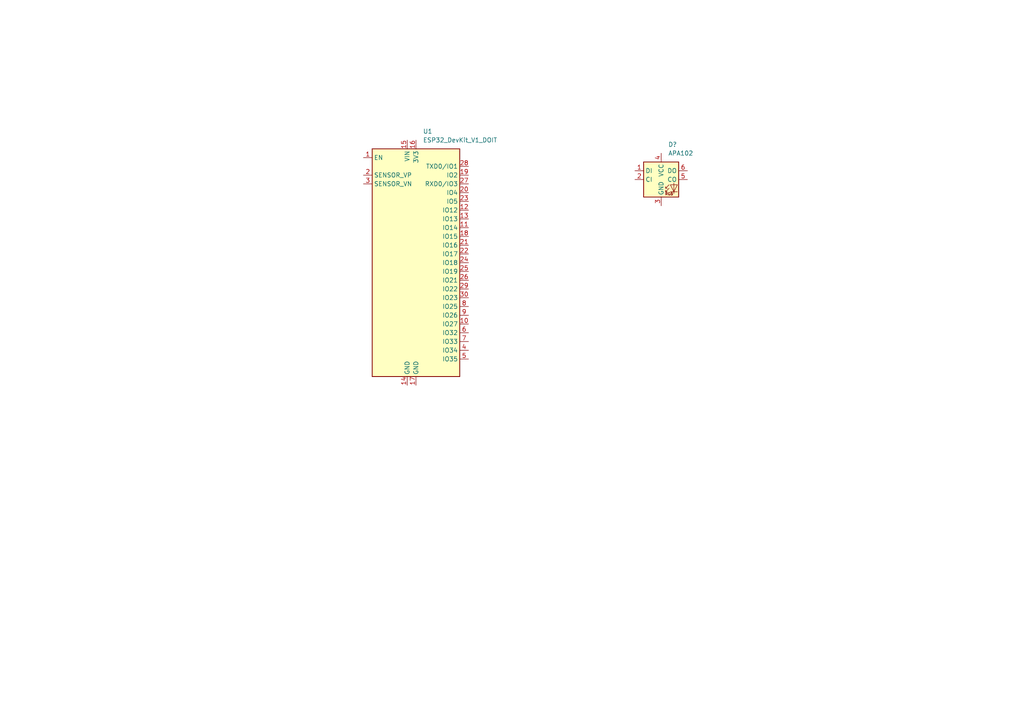
<source format=kicad_sch>
(kicad_sch (version 20211123) (generator eeschema)

  (uuid 244e9955-9b69-4008-8a32-6b0384478fc5)

  (paper "A4")

  (lib_symbols
    (symbol "LED:APA102" (in_bom yes) (on_board yes)
      (property "Reference" "D" (id 0) (at 5.08 5.715 0)
        (effects (font (size 1.27 1.27)) (justify right bottom))
      )
      (property "Value" "APA102" (id 1) (at 1.27 -5.715 0)
        (effects (font (size 1.27 1.27)) (justify left top))
      )
      (property "Footprint" "LED_SMD:LED_RGB_5050-6" (id 2) (at 1.27 -7.62 0)
        (effects (font (size 1.27 1.27)) (justify left top) hide)
      )
      (property "Datasheet" "http://www.led-color.com/upload/201506/APA102%20LED.pdf" (id 3) (at 2.54 -9.525 0)
        (effects (font (size 1.27 1.27)) (justify left top) hide)
      )
      (property "ki_keywords" "RGB LED addressable 8bit pwm 5bit greyscale" (id 4) (at 0 0 0)
        (effects (font (size 1.27 1.27)) hide)
      )
      (property "ki_description" "RGB LED with integrated controller" (id 5) (at 0 0 0)
        (effects (font (size 1.27 1.27)) hide)
      )
      (property "ki_fp_filters" "LED*RGB*5050*" (id 6) (at 0 0 0)
        (effects (font (size 1.27 1.27)) hide)
      )
      (symbol "APA102_0_0"
        (text "RGB" (at 2.286 -4.191 0)
          (effects (font (size 0.762 0.762)))
        )
      )
      (symbol "APA102_0_1"
        (polyline
          (pts
            (xy 1.27 -3.556)
            (xy 1.778 -3.556)
          )
          (stroke (width 0) (type default) (color 0 0 0 0))
          (fill (type none))
        )
        (polyline
          (pts
            (xy 1.27 -2.54)
            (xy 1.778 -2.54)
          )
          (stroke (width 0) (type default) (color 0 0 0 0))
          (fill (type none))
        )
        (polyline
          (pts
            (xy 4.699 -3.556)
            (xy 2.667 -3.556)
          )
          (stroke (width 0) (type default) (color 0 0 0 0))
          (fill (type none))
        )
        (polyline
          (pts
            (xy 2.286 -2.54)
            (xy 1.27 -3.556)
            (xy 1.27 -3.048)
          )
          (stroke (width 0) (type default) (color 0 0 0 0))
          (fill (type none))
        )
        (polyline
          (pts
            (xy 2.286 -1.524)
            (xy 1.27 -2.54)
            (xy 1.27 -2.032)
          )
          (stroke (width 0) (type default) (color 0 0 0 0))
          (fill (type none))
        )
        (polyline
          (pts
            (xy 3.683 -1.016)
            (xy 3.683 -3.556)
            (xy 3.683 -4.064)
          )
          (stroke (width 0) (type default) (color 0 0 0 0))
          (fill (type none))
        )
        (polyline
          (pts
            (xy 4.699 -1.524)
            (xy 2.667 -1.524)
            (xy 3.683 -3.556)
            (xy 4.699 -1.524)
          )
          (stroke (width 0) (type default) (color 0 0 0 0))
          (fill (type none))
        )
        (rectangle (start 5.08 5.08) (end -5.08 -5.08)
          (stroke (width 0.254) (type default) (color 0 0 0 0))
          (fill (type background))
        )
      )
      (symbol "APA102_1_1"
        (pin input line (at -7.62 2.54 0) (length 2.54)
          (name "DI" (effects (font (size 1.27 1.27))))
          (number "1" (effects (font (size 1.27 1.27))))
        )
        (pin input line (at -7.62 0 0) (length 2.54)
          (name "CI" (effects (font (size 1.27 1.27))))
          (number "2" (effects (font (size 1.27 1.27))))
        )
        (pin power_in line (at 0 -7.62 90) (length 2.54)
          (name "GND" (effects (font (size 1.27 1.27))))
          (number "3" (effects (font (size 1.27 1.27))))
        )
        (pin power_in line (at 0 7.62 270) (length 2.54)
          (name "VCC" (effects (font (size 1.27 1.27))))
          (number "4" (effects (font (size 1.27 1.27))))
        )
        (pin output line (at 7.62 0 180) (length 2.54)
          (name "CO" (effects (font (size 1.27 1.27))))
          (number "5" (effects (font (size 1.27 1.27))))
        )
        (pin output line (at 7.62 2.54 180) (length 2.54)
          (name "DO" (effects (font (size 1.27 1.27))))
          (number "6" (effects (font (size 1.27 1.27))))
        )
      )
    )
    (symbol "esp32_devkit:ESP32_DevKit_V1_DOIT" (in_bom yes) (on_board yes)
      (property "Reference" "U" (id 0) (at -11.43 34.29 0)
        (effects (font (size 1.27 1.27)))
      )
      (property "Value" "ESP32_DevKit_V1_DOIT" (id 1) (at 11.43 34.29 0)
        (effects (font (size 1.27 1.27)))
      )
      (property "Footprint" "ESP32_DevKit_V1_DOIT:esp32_devkit_v1_doit" (id 2) (at -11.43 34.29 0)
        (effects (font (size 1.27 1.27)) hide)
      )
      (property "Datasheet" "https://aliexpress.com/item/32864722159.html" (id 3) (at -11.43 34.29 0)
        (effects (font (size 1.27 1.27)) hide)
      )
      (property "ki_keywords" "ESP32-WROOM-32 WiFi and Bluetooth microcontroller" (id 4) (at 0 0 0)
        (effects (font (size 1.27 1.27)) hide)
      )
      (property "ki_description" "32-bit microcontroller module with WiFi and Bluetooth" (id 5) (at 0 0 0)
        (effects (font (size 1.27 1.27)) hide)
      )
      (property "ki_fp_filters" "esp32?devkit?v1?doit*" (id 6) (at 0 0 0)
        (effects (font (size 1.27 1.27)) hide)
      )
      (symbol "ESP32_DevKit_V1_DOIT_1_1"
        (rectangle (start -12.7 33.02) (end 12.7 -33.02)
          (stroke (width 0.254) (type default) (color 0 0 0 0))
          (fill (type background))
        )
        (pin input line (at -15.24 30.48 0) (length 2.54)
          (name "EN" (effects (font (size 1.27 1.27))))
          (number "1" (effects (font (size 1.27 1.27))))
        )
        (pin bidirectional line (at 15.24 -17.78 180) (length 2.54)
          (name "IO27" (effects (font (size 1.27 1.27))))
          (number "10" (effects (font (size 1.27 1.27))))
        )
        (pin bidirectional line (at 15.24 10.16 180) (length 2.54)
          (name "IO14" (effects (font (size 1.27 1.27))))
          (number "11" (effects (font (size 1.27 1.27))))
        )
        (pin bidirectional line (at 15.24 15.24 180) (length 2.54)
          (name "IO12" (effects (font (size 1.27 1.27))))
          (number "12" (effects (font (size 1.27 1.27))))
        )
        (pin bidirectional line (at 15.24 12.7 180) (length 2.54)
          (name "IO13" (effects (font (size 1.27 1.27))))
          (number "13" (effects (font (size 1.27 1.27))))
        )
        (pin power_in line (at -2.54 -35.56 90) (length 2.54)
          (name "GND" (effects (font (size 1.27 1.27))))
          (number "14" (effects (font (size 1.27 1.27))))
        )
        (pin power_in line (at -2.54 35.56 270) (length 2.54)
          (name "VIN" (effects (font (size 1.27 1.27))))
          (number "15" (effects (font (size 1.27 1.27))))
        )
        (pin power_in line (at 0 35.56 270) (length 2.54)
          (name "3V3" (effects (font (size 1.27 1.27))))
          (number "16" (effects (font (size 1.27 1.27))))
        )
        (pin power_in line (at 0 -35.56 90) (length 2.54)
          (name "GND" (effects (font (size 1.27 1.27))))
          (number "17" (effects (font (size 1.27 1.27))))
        )
        (pin bidirectional line (at 15.24 7.62 180) (length 2.54)
          (name "IO15" (effects (font (size 1.27 1.27))))
          (number "18" (effects (font (size 1.27 1.27))))
        )
        (pin bidirectional line (at 15.24 25.4 180) (length 2.54)
          (name "IO2" (effects (font (size 1.27 1.27))))
          (number "19" (effects (font (size 1.27 1.27))))
        )
        (pin input line (at -15.24 25.4 0) (length 2.54)
          (name "SENSOR_VP" (effects (font (size 1.27 1.27))))
          (number "2" (effects (font (size 1.27 1.27))))
        )
        (pin bidirectional line (at 15.24 20.32 180) (length 2.54)
          (name "IO4" (effects (font (size 1.27 1.27))))
          (number "20" (effects (font (size 1.27 1.27))))
        )
        (pin bidirectional line (at 15.24 5.08 180) (length 2.54)
          (name "IO16" (effects (font (size 1.27 1.27))))
          (number "21" (effects (font (size 1.27 1.27))))
        )
        (pin bidirectional line (at 15.24 2.54 180) (length 2.54)
          (name "IO17" (effects (font (size 1.27 1.27))))
          (number "22" (effects (font (size 1.27 1.27))))
        )
        (pin bidirectional line (at 15.24 17.78 180) (length 2.54)
          (name "IO5" (effects (font (size 1.27 1.27))))
          (number "23" (effects (font (size 1.27 1.27))))
        )
        (pin bidirectional line (at 15.24 0 180) (length 2.54)
          (name "IO18" (effects (font (size 1.27 1.27))))
          (number "24" (effects (font (size 1.27 1.27))))
        )
        (pin bidirectional line (at 15.24 -2.54 180) (length 2.54)
          (name "IO19" (effects (font (size 1.27 1.27))))
          (number "25" (effects (font (size 1.27 1.27))))
        )
        (pin bidirectional line (at 15.24 -5.08 180) (length 2.54)
          (name "IO21" (effects (font (size 1.27 1.27))))
          (number "26" (effects (font (size 1.27 1.27))))
        )
        (pin bidirectional line (at 15.24 22.86 180) (length 2.54)
          (name "RXD0/IO3" (effects (font (size 1.27 1.27))))
          (number "27" (effects (font (size 1.27 1.27))))
        )
        (pin bidirectional line (at 15.24 27.94 180) (length 2.54)
          (name "TXD0/IO1" (effects (font (size 1.27 1.27))))
          (number "28" (effects (font (size 1.27 1.27))))
        )
        (pin bidirectional line (at 15.24 -7.62 180) (length 2.54)
          (name "IO22" (effects (font (size 1.27 1.27))))
          (number "29" (effects (font (size 1.27 1.27))))
        )
        (pin input line (at -15.24 22.86 0) (length 2.54)
          (name "SENSOR_VN" (effects (font (size 1.27 1.27))))
          (number "3" (effects (font (size 1.27 1.27))))
        )
        (pin bidirectional line (at 15.24 -10.16 180) (length 2.54)
          (name "IO23" (effects (font (size 1.27 1.27))))
          (number "30" (effects (font (size 1.27 1.27))))
        )
        (pin input line (at 15.24 -25.4 180) (length 2.54)
          (name "IO34" (effects (font (size 1.27 1.27))))
          (number "4" (effects (font (size 1.27 1.27))))
        )
        (pin input line (at 15.24 -27.94 180) (length 2.54)
          (name "IO35" (effects (font (size 1.27 1.27))))
          (number "5" (effects (font (size 1.27 1.27))))
        )
        (pin bidirectional line (at 15.24 -20.32 180) (length 2.54)
          (name "IO32" (effects (font (size 1.27 1.27))))
          (number "6" (effects (font (size 1.27 1.27))))
        )
        (pin bidirectional line (at 15.24 -22.86 180) (length 2.54)
          (name "IO33" (effects (font (size 1.27 1.27))))
          (number "7" (effects (font (size 1.27 1.27))))
        )
        (pin bidirectional line (at 15.24 -12.7 180) (length 2.54)
          (name "IO25" (effects (font (size 1.27 1.27))))
          (number "8" (effects (font (size 1.27 1.27))))
        )
        (pin bidirectional line (at 15.24 -15.24 180) (length 2.54)
          (name "IO26" (effects (font (size 1.27 1.27))))
          (number "9" (effects (font (size 1.27 1.27))))
        )
      )
    )
  )


  (symbol (lib_id "LED:APA102") (at 191.77 52.07 0) (unit 1)
    (in_bom yes) (on_board yes) (fields_autoplaced)
    (uuid 105d44ff-63b9-4299-9078-473af583971a)
    (property "Reference" "D?" (id 0) (at 193.7894 41.91 0)
      (effects (font (size 1.27 1.27)) (justify left))
    )
    (property "Value" "APA102" (id 1) (at 193.7894 44.45 0)
      (effects (font (size 1.27 1.27)) (justify left))
    )
    (property "Footprint" "LED_SMD:LED_RGB_5050-6" (id 2) (at 193.04 59.69 0)
      (effects (font (size 1.27 1.27)) (justify left top) hide)
    )
    (property "Datasheet" "http://www.led-color.com/upload/201506/APA102%20LED.pdf" (id 3) (at 194.31 61.595 0)
      (effects (font (size 1.27 1.27)) (justify left top) hide)
    )
    (pin "1" (uuid b1731e91-7698-42fa-ad60-5c60fdd0e1fc))
    (pin "2" (uuid 08926936-9ea4-4894-afca-caca47f3c238))
    (pin "3" (uuid a7c83b25-afbd-4974-8870-387db8f81a5c))
    (pin "4" (uuid c7db4903-f95a-49f5-bcce-c52f0ca8defc))
    (pin "5" (uuid 2c10387c-3cac-4a7c-bbfb-95d69f41a890))
    (pin "6" (uuid 2a4f1c24-6486-4fd8-8092-72bb07a81274))
  )

  (symbol (lib_id "esp32_devkit:ESP32_DevKit_V1_DOIT") (at 120.65 76.2 0) (unit 1)
    (in_bom yes) (on_board yes) (fields_autoplaced)
    (uuid 6d2f6a49-b047-4653-9b58-2da1bd102bb0)
    (property "Reference" "U1" (id 0) (at 122.6694 38.1 0)
      (effects (font (size 1.27 1.27)) (justify left))
    )
    (property "Value" "ESP32_DevKit_V1_DOIT" (id 1) (at 122.6694 40.64 0)
      (effects (font (size 1.27 1.27)) (justify left))
    )
    (property "Footprint" "ESP32_DevKit_V1_DOIT:esp32_devkit_v1_doit" (id 2) (at 109.22 41.91 0)
      (effects (font (size 1.27 1.27)) hide)
    )
    (property "Datasheet" "https://aliexpress.com/item/32864722159.html" (id 3) (at 109.22 41.91 0)
      (effects (font (size 1.27 1.27)) hide)
    )
    (pin "1" (uuid 47c5dfb1-5d7b-4024-a5da-2e43cce91573))
    (pin "10" (uuid b8ec7b5c-b9c4-4de7-a9e2-d2d56a36cdb4))
    (pin "11" (uuid 366a868d-9205-45b4-aede-28ff21d06431))
    (pin "12" (uuid 018d7b91-2eb1-4be4-ae29-4bcb3211d8da))
    (pin "13" (uuid 7f061e46-c247-4881-8e6f-84762deb0754))
    (pin "14" (uuid f70fd335-2a93-445c-b084-6a612b73f874))
    (pin "15" (uuid 1e8dc749-7ebf-42bb-a934-9376e79c2ac0))
    (pin "16" (uuid 1958ce75-f1ec-4406-a7be-490f50d8bd79))
    (pin "17" (uuid 791f7acc-49ca-441f-8f2b-35ae10b5309c))
    (pin "18" (uuid fd5c5ae6-4aaf-4ae1-8cdf-2e8022fc3978))
    (pin "19" (uuid cbf8cd0c-5cf6-4661-b555-a9285a7d167f))
    (pin "2" (uuid 05dc3f8d-5a32-483e-8e89-037369393a57))
    (pin "20" (uuid 60699a6b-4a77-4531-bc25-58abccfd4e13))
    (pin "21" (uuid b4d49289-413d-4eb9-97cf-f9437e11eb5c))
    (pin "22" (uuid 69202b8e-239b-4b1f-8ecb-d807ec350043))
    (pin "23" (uuid 43c13933-8fcc-4253-95c7-f651f65490de))
    (pin "24" (uuid 992d4f7b-8a3b-4cb4-951e-2490d1b55445))
    (pin "25" (uuid c4b6a07d-f6f0-4d99-9758-f7a094edbda0))
    (pin "26" (uuid 46344fe2-afe8-4abb-805f-20cb66050179))
    (pin "27" (uuid ff359b9c-b86f-4395-97c9-c7b3b661c038))
    (pin "28" (uuid f9787047-c605-448a-967c-8ed6958dadf4))
    (pin "29" (uuid 47f16c3c-3e20-456c-8707-7621277b3829))
    (pin "3" (uuid 67e7849b-4b82-447e-8cf3-a44463ad9992))
    (pin "30" (uuid 401d77ca-afad-4c94-8bee-c2a76e98626f))
    (pin "4" (uuid 3bcefae9-f138-4f10-b439-8b9f3cf0ebd2))
    (pin "5" (uuid e4e3e9c7-95cc-4aff-9e09-e392cb3c1242))
    (pin "6" (uuid a1dd3990-3f80-41a6-947c-6f235d604409))
    (pin "7" (uuid 431e9209-4814-41e3-a666-4d7b9113da71))
    (pin "8" (uuid 1b1d8aaa-5ad3-4bbd-8f35-49f43b5a78c3))
    (pin "9" (uuid 88f722d6-d13a-4563-872b-b8be61233b41))
  )

  (sheet_instances
    (path "/" (page "1"))
  )

  (symbol_instances
    (path "/105d44ff-63b9-4299-9078-473af583971a"
      (reference "D?") (unit 1) (value "APA102") (footprint "LED_SMD:LED_RGB_5050-6")
    )
    (path "/6d2f6a49-b047-4653-9b58-2da1bd102bb0"
      (reference "U1") (unit 1) (value "ESP32_DevKit_V1_DOIT") (footprint "ESP32_DevKit_V1_DOIT:esp32_devkit_v1_doit")
    )
  )
)

</source>
